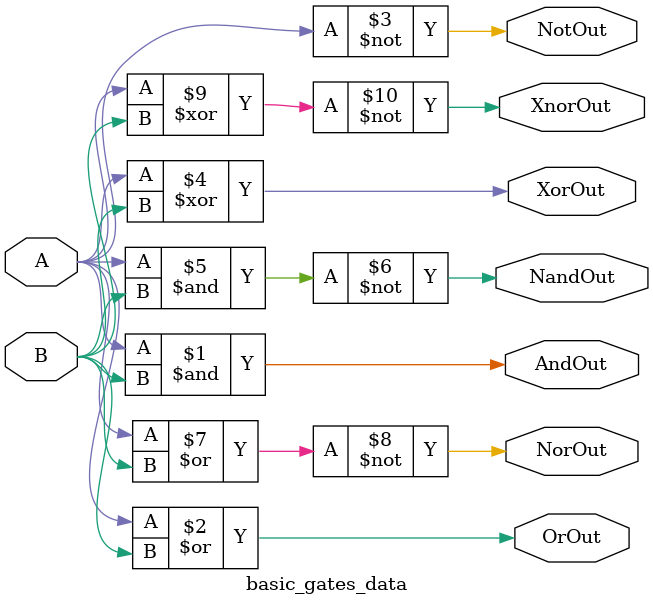
<source format=v>

module basic_gates_data(A, B, AndOut, OrOut, NotOut, XorOut, NandOut, NorOut, XnorOut);
  input A, B;
  output AndOut, OrOut, NotOut, XorOut, NandOut, NorOut, XnorOut;
  
  assign AndOut = A & B;
  assign OrOut = A | B;
  assign NotOut = ~A;
  assign XorOut = A ^ B;
  assign NandOut = ~(A & B);
  assign NorOut = ~(A | B);
  assign XnorOut = ~(A ^ B);
endmodule


</source>
